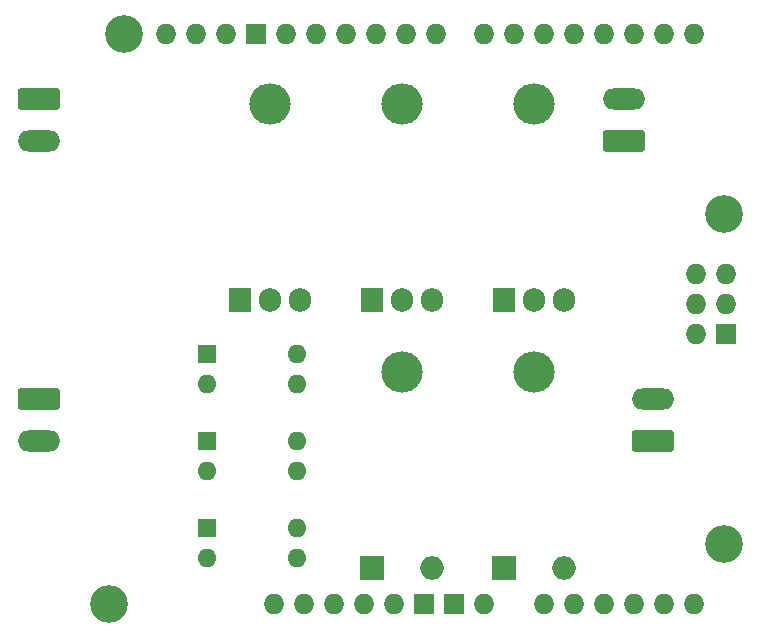
<source format=gbr>
%TF.GenerationSoftware,KiCad,Pcbnew,(7.0.0)*%
%TF.CreationDate,2023-04-19T19:47:20-05:00*%
%TF.ProjectId,pump-lights-siren,70756d70-2d6c-4696-9768-74732d736972,rev?*%
%TF.SameCoordinates,Original*%
%TF.FileFunction,Soldermask,Bot*%
%TF.FilePolarity,Negative*%
%FSLAX46Y46*%
G04 Gerber Fmt 4.6, Leading zero omitted, Abs format (unit mm)*
G04 Created by KiCad (PCBNEW (7.0.0)) date 2023-04-19 19:47:20*
%MOMM*%
%LPD*%
G01*
G04 APERTURE LIST*
G04 Aperture macros list*
%AMRoundRect*
0 Rectangle with rounded corners*
0 $1 Rounding radius*
0 $2 $3 $4 $5 $6 $7 $8 $9 X,Y pos of 4 corners*
0 Add a 4 corners polygon primitive as box body*
4,1,4,$2,$3,$4,$5,$6,$7,$8,$9,$2,$3,0*
0 Add four circle primitives for the rounded corners*
1,1,$1+$1,$2,$3*
1,1,$1+$1,$4,$5*
1,1,$1+$1,$6,$7*
1,1,$1+$1,$8,$9*
0 Add four rect primitives between the rounded corners*
20,1,$1+$1,$2,$3,$4,$5,0*
20,1,$1+$1,$4,$5,$6,$7,0*
20,1,$1+$1,$6,$7,$8,$9,0*
20,1,$1+$1,$8,$9,$2,$3,0*%
G04 Aperture macros list end*
%ADD10RoundRect,0.250000X1.550000X-0.650000X1.550000X0.650000X-1.550000X0.650000X-1.550000X-0.650000X0*%
%ADD11O,3.600000X1.800000*%
%ADD12O,3.500000X3.500000*%
%ADD13R,1.905000X2.000000*%
%ADD14O,1.905000X2.000000*%
%ADD15R,2.000000X2.000000*%
%ADD16O,2.000000X2.000000*%
%ADD17C,3.200000*%
%ADD18O,1.727200X1.727200*%
%ADD19R,1.727200X1.727200*%
%ADD20R,1.600000X1.600000*%
%ADD21O,1.600000X1.600000*%
%ADD22RoundRect,0.250000X-1.550000X0.650000X-1.550000X-0.650000X1.550000X-0.650000X1.550000X0.650000X0*%
G04 APERTURE END LIST*
D10*
%TO.C,J3*%
X167501500Y-117800000D03*
D11*
X167501499Y-114299999D03*
%TD*%
D12*
%TO.C,Q2*%
X146303999Y-89257999D03*
D13*
X143763999Y-105917999D03*
D14*
X146303999Y-105917999D03*
X148843999Y-105917999D03*
%TD*%
D12*
%TO.C,Q3*%
X157479999Y-89257999D03*
D13*
X154939999Y-105917999D03*
D14*
X157479999Y-105917999D03*
X160019999Y-105917999D03*
%TD*%
D12*
%TO.C,D11*%
X146303999Y-111949999D03*
D15*
X143763999Y-128609999D03*
D16*
X148843999Y-128609999D03*
%TD*%
D12*
%TO.C,Q1*%
X135127999Y-89257999D03*
D13*
X132587999Y-105917999D03*
D14*
X135127999Y-105917999D03*
X137667999Y-105917999D03*
%TD*%
D10*
%TO.C,J2*%
X165100000Y-92400000D03*
D11*
X165099999Y-88899999D03*
%TD*%
D17*
%TO.C,XA1*%
X121495000Y-131618737D03*
X122765000Y-83358737D03*
D18*
X135464999Y-131618736D03*
D17*
X173565000Y-98598737D03*
X173565000Y-126538737D03*
D18*
X143084999Y-131618736D03*
X145624999Y-131618736D03*
X173691999Y-103678736D03*
X158324999Y-131618736D03*
X160864999Y-131618736D03*
X163404999Y-131618736D03*
X165944999Y-131618736D03*
X168484999Y-131618736D03*
X171024999Y-131618736D03*
X131400999Y-83358736D03*
X171024999Y-83358736D03*
X168484999Y-83358736D03*
X165944999Y-83358736D03*
X163404999Y-83358736D03*
X160864999Y-83358736D03*
X158324999Y-83358736D03*
X155784999Y-83358736D03*
X153244999Y-83358736D03*
X149180999Y-83358736D03*
X146640999Y-83358736D03*
X144100999Y-83358736D03*
X141560999Y-83358736D03*
X139020999Y-83358736D03*
X136480999Y-83358736D03*
D19*
X133940999Y-83358736D03*
X148164999Y-131618736D03*
X150704999Y-131618736D03*
X173691999Y-108758736D03*
D18*
X138004999Y-131618736D03*
X171151999Y-103678736D03*
X173691999Y-106218736D03*
X140544999Y-131618736D03*
X171151999Y-108758736D03*
X171151999Y-106218736D03*
X126320999Y-83358736D03*
X128860999Y-83358736D03*
X153244999Y-131618736D03*
%TD*%
D20*
%TO.C,T2*%
X129793999Y-125221999D03*
D21*
X129793999Y-127761999D03*
X137413999Y-127761999D03*
X137413999Y-125221999D03*
%TD*%
D20*
%TO.C,T3*%
X129793999Y-117855999D03*
D21*
X129793999Y-120395999D03*
X137413999Y-120395999D03*
X137413999Y-117855999D03*
%TD*%
D22*
%TO.C,J4*%
X115570000Y-88900000D03*
D11*
X115569999Y-92399999D03*
%TD*%
D20*
%TO.C,T1*%
X129793999Y-110489999D03*
D21*
X129793999Y-113029999D03*
X137413999Y-113029999D03*
X137413999Y-110489999D03*
%TD*%
D12*
%TO.C,D14*%
X157479999Y-111949999D03*
D15*
X154939999Y-128609999D03*
D16*
X160019999Y-128609999D03*
%TD*%
D22*
%TO.C,J1*%
X115570000Y-114300000D03*
D11*
X115569999Y-117799999D03*
%TD*%
M02*

</source>
